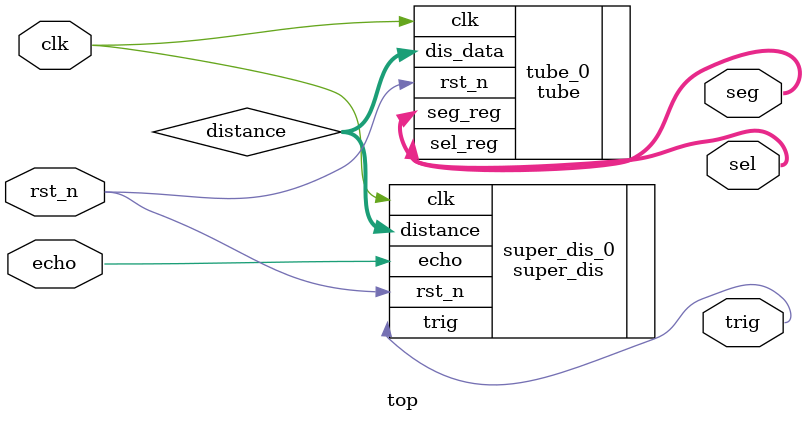
<source format=v>
`timescale 1ns / 1ps


module top(
    input          clk     , // Ê±ÖÓÐÅºÅ
    input          rst_n   , // reset°´Å¥
    output         trig    , // trigÐÅºÅ
    
    input          echo    , // echoÐÅºÅ
    output [3:0]   sel     , // Î»Ñ¡ÐÅºÅ
    output [7:0]   seg       // ¶ÎÑ¡ÐÅºÅ
    );
    
    wire [13:0]   distance  ; // ¾àÀë£¨ÓÃÓÚÊä³ö£©
    // tubeÄ£¿é£¬ÓÃÓÚÊýÂë¹ÜµÄÕ¹Ê¾
    tube tube_0(
        .clk    (clk)  ,
        .rst_n  (rst_n)  ,
        .dis_data(distance),
        
        .sel_reg     (sel)   ,
        .seg_reg     (seg)
    );
    // super_disÄ£¿é£¬ÓÃÓÚÓë³¬Éù²¨Ä£¿é½»»¥£¬¼ÆËãÕÏ°­Îï¾àÀë
    super_dis super_dis_0(
        .clk    (clk)    ,
        .rst_n  (rst_n)  ,
        .trig   (trig)   ,
        
        .echo   (echo)   ,
        .distance(distance)
    );
    
endmodule

</source>
